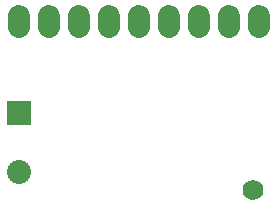
<source format=gbr>
G04 EAGLE Gerber RS-274X export*
G75*
%MOMM*%
%FSLAX34Y34*%
%LPD*%
%INBottom Copper*%
%IPPOS*%
%AMOC8*
5,1,8,0,0,1.08239X$1,22.5*%
G01*
%ADD10R,2.032000X2.032000*%
%ADD11C,2.032000*%
%ADD12C,1.879600*%
%ADD13C,1.762000*%


D10*
X43180Y217170D03*
D11*
X43180Y167170D03*
D12*
X43180Y289941D02*
X43180Y299339D01*
X68580Y299339D02*
X68580Y289941D01*
X93980Y289941D02*
X93980Y299339D01*
X119380Y299339D02*
X119380Y289941D01*
X144780Y289941D02*
X144780Y299339D01*
X170180Y299339D02*
X170180Y289941D01*
X195580Y289941D02*
X195580Y299339D01*
X220980Y299339D02*
X220980Y289941D01*
X246380Y289941D02*
X246380Y299339D01*
D13*
X241300Y152400D03*
M02*

</source>
